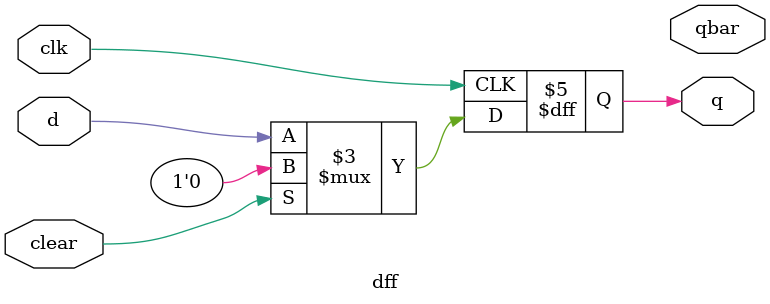
<source format=v>
module dff(	input d, clk, clear,
			output reg q, qbar);

	always @(posedge clk)
	begin
		if (clear)
			q <= 0;
		else
			q <= d;
	end
endmodule
</source>
